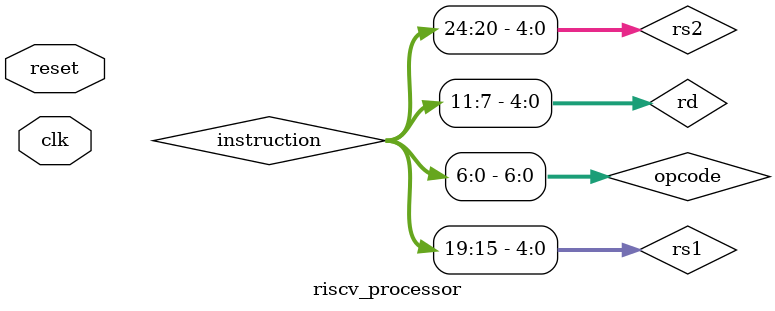
<source format=v>
module riscv_processor(
    input clk,
    input reset
);

    // Wires for connecting modules
    wire [31:0] pc;
    wire [31:0] next_pc;
    wire [31:0] pc_plus_4;
    wire [31:0] instruction;
    wire [31:0] immediate;
    wire [31:0] alu_result;
    wire [31:0] read_data1, read_data2;
    wire [31:0] alu_operand2;
    wire [31:0] write_data;
    wire [31:0] read_data_mem;
    wire [31:0] branch_target;
    wire zero;
    wire branch_taken;
    
    // Control signals
    wire [1:0] alu_op;
    wire alu_src;
    wire mem_to_reg;
    wire reg_write;
    wire mem_read;
    wire mem_write;
    wire branch;
    wire [3:0] alu_control_out;
    
    // Instruction fields
    wire [6:0] opcode = instruction[6:0];
    wire [4:0] rd = instruction[11:7];
    wire [2:0] funct3 = instruction[14:12];
    wire [4:0] rs1 = instruction[19:15];
    wire [4:0] rs2 = instruction[24:20];
    wire [6:0] funct7 = instruction[31:25];
    
    // PC calculation
    assign pc_plus_4 = pc + 4;
    assign branch_target = pc + immediate;
    assign branch_taken = branch & zero;
    assign next_pc = branch_taken ? branch_target : pc_plus_4;
    
    // ALU operand selection
    assign alu_operand2 = alu_src ? immediate : read_data2;
    
    // Write data selection
    assign write_data = mem_to_reg ? read_data_mem : alu_result;
    
    // Module instantiations
    program_counter pc_module(
        .clk(clk),
        .reset(reset),
        .next_pc(next_pc),
        .pc(pc)
    );
    
    instruction_memory imem(
        .address(pc),
        .instruction(instruction)
    );
    
    control_unit control(
        .opcode(opcode),
        .alu_op(alu_op),
        .alu_src(alu_src),
        .mem_to_reg(mem_to_reg),
        .reg_write(reg_write),
        .mem_read(mem_read),
        .mem_write(mem_write),
        .branch(branch)
    );
    
    register_file regfile(
        .clk(clk),
        .reset(reset),
        .rs1(rs1),
        .rs2(rs2),
        .rd(rd),
        .write_data(write_data),
        .reg_write(reg_write),
        .read_data1(read_data1),
        .read_data2(read_data2)
    );
    
    immediate_generator imm_gen(
        .instruction(instruction),
        .immediate(immediate)
    );
    
    alu_control alu_ctrl(
        .alu_op(alu_op),
        .funct3(funct3),
        .funct7(funct7),
        .alu_control_out(alu_control_out)
    );
    
    alu alu_module(
        .a(read_data1),
        .b(alu_operand2),
        .alu_control(alu_control_out),
        .result(alu_result),
        .zero(zero)
    );
    
    data_memory dmem(
        .clk(clk),
        .address(alu_result),
        .write_data(read_data2),
        .mem_write(mem_write),
        .mem_read(mem_read),
        .read_data(read_data_mem)
    );

endmodule

</source>
